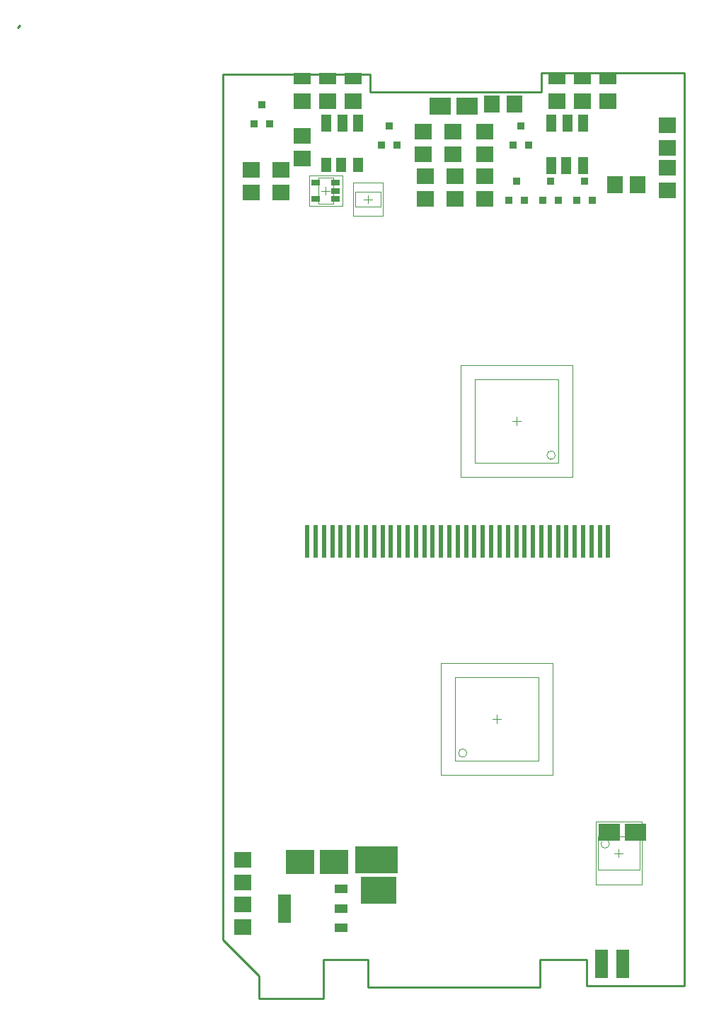
<source format=gtp>
%FSTAX25Y25*%
%MOIN*%
G70*
G01*
G75*
G04 Layer_Color=8421504*
%ADD10R,0.07874X0.07480*%
%ADD11R,0.01969X0.15748*%
%ADD12R,0.04331X0.02559*%
%ADD13R,0.07874X0.05512*%
%ADD14R,0.17011X0.12579*%
%ADD15R,0.20011X0.12579*%
%ADD16R,0.13780X0.11811*%
%ADD17R,0.06102X0.04331*%
%ADD18R,0.06102X0.04331*%
%ADD19R,0.06102X0.13583*%
%ADD20R,0.04724X0.07000*%
%ADD21R,0.04724X0.07874*%
%ADD22R,0.03543X0.03740*%
%ADD23R,0.03543X0.03740*%
%ADD24R,0.05906X0.13780*%
%ADD25R,0.09843X0.07874*%
%ADD26R,0.07480X0.07874*%
%ADD27C,0.01200*%
%ADD28C,0.02000*%
%ADD29C,0.01400*%
%ADD30C,0.01600*%
%ADD31C,0.01000*%
%ADD32C,0.00394*%
%ADD33C,0.15748*%
%ADD34R,0.08000X0.08000*%
%ADD35C,0.08000*%
%ADD36C,0.09000*%
%ADD37O,0.08000X0.06400*%
%ADD38O,0.08000X0.06000*%
%ADD39R,0.08000X0.08000*%
%ADD40C,0.03000*%
%ADD41C,0.02600*%
%ADD42C,0.02700*%
%ADD43C,0.02800*%
%ADD44R,0.07874X0.09843*%
%ADD45R,0.07874X0.07842*%
%ADD46R,0.13780X0.01969*%
%ADD47R,0.15748X0.08071*%
%ADD48R,0.10236X0.08071*%
%ADD49R,0.13780X0.08071*%
G04:AMPARAMS|DCode=50|XSize=39.37mil|YSize=31.5mil|CornerRadius=7.87mil|HoleSize=0mil|Usage=FLASHONLY|Rotation=0.000|XOffset=0mil|YOffset=0mil|HoleType=Round|Shape=RoundedRectangle|*
%AMROUNDEDRECTD50*
21,1,0.03937,0.01575,0,0,0.0*
21,1,0.02362,0.03150,0,0,0.0*
1,1,0.01575,0.01181,-0.00787*
1,1,0.01575,-0.01181,-0.00787*
1,1,0.01575,-0.01181,0.00787*
1,1,0.01575,0.01181,0.00787*
%
%ADD50ROUNDEDRECTD50*%
G04:AMPARAMS|DCode=51|XSize=39.37mil|YSize=31.5mil|CornerRadius=7.87mil|HoleSize=0mil|Usage=FLASHONLY|Rotation=270.000|XOffset=0mil|YOffset=0mil|HoleType=Round|Shape=RoundedRectangle|*
%AMROUNDEDRECTD51*
21,1,0.03937,0.01575,0,0,270.0*
21,1,0.02362,0.03150,0,0,270.0*
1,1,0.01575,-0.00787,-0.01181*
1,1,0.01575,-0.00787,0.01181*
1,1,0.01575,0.00787,0.01181*
1,1,0.01575,0.00787,-0.01181*
%
%ADD51ROUNDEDRECTD51*%
G04:AMPARAMS|DCode=52|XSize=90mil|YSize=90mil|CornerRadius=22.5mil|HoleSize=0mil|Usage=FLASHONLY|Rotation=180.000|XOffset=0mil|YOffset=0mil|HoleType=Round|Shape=RoundedRectangle|*
%AMROUNDEDRECTD52*
21,1,0.09000,0.04500,0,0,180.0*
21,1,0.04500,0.09000,0,0,180.0*
1,1,0.04500,-0.02250,0.02250*
1,1,0.04500,0.02250,0.02250*
1,1,0.04500,0.02250,-0.02250*
1,1,0.04500,-0.02250,-0.02250*
%
%ADD52ROUNDEDRECTD52*%
%ADD53R,0.06693X0.09843*%
%ADD54R,0.05512X0.00984*%
%ADD55R,0.00984X0.05512*%
%ADD56C,0.01063*%
%ADD57R,0.10630X0.10630*%
%ADD58R,0.09843X0.06693*%
%ADD59R,0.11811X0.07874*%
%ADD60R,0.11811X0.02953*%
%ADD61R,0.09843X0.07874*%
G04:AMPARAMS|DCode=62|XSize=100mil|YSize=100mil|CornerRadius=25mil|HoleSize=0mil|Usage=FLASHONLY|Rotation=0.000|XOffset=0mil|YOffset=0mil|HoleType=Round|Shape=RoundedRectangle|*
%AMROUNDEDRECTD62*
21,1,0.10000,0.05000,0,0,0.0*
21,1,0.05000,0.10000,0,0,0.0*
1,1,0.05000,0.02500,-0.02500*
1,1,0.05000,-0.02500,-0.02500*
1,1,0.05000,-0.02500,0.02500*
1,1,0.05000,0.02500,0.02500*
%
%ADD62ROUNDEDRECTD62*%
%ADD63O,0.01181X0.10236*%
%ADD64O,0.10236X0.01181*%
%ADD65R,0.04567X0.05906*%
%ADD66R,0.08661X0.15748*%
%ADD67R,0.08661X0.13780*%
%ADD68R,0.11024X0.09055*%
%ADD69R,0.01575X0.05512*%
%ADD70R,0.05512X0.01575*%
%ADD71R,0.02756X0.03543*%
%ADD72R,0.04724X0.03543*%
%ADD73R,0.01969X0.07087*%
%ADD74R,0.05906X0.07874*%
%ADD75R,0.05906X0.07574*%
%ADD76R,0.02165X0.07874*%
%ADD77R,0.07874X0.02165*%
G04:AMPARAMS|DCode=78|XSize=51.18mil|YSize=51.18mil|CornerRadius=12.8mil|HoleSize=0mil|Usage=FLASHONLY|Rotation=270.000|XOffset=0mil|YOffset=0mil|HoleType=Round|Shape=RoundedRectangle|*
%AMROUNDEDRECTD78*
21,1,0.05118,0.02559,0,0,270.0*
21,1,0.02559,0.05118,0,0,270.0*
1,1,0.02559,-0.01280,-0.01280*
1,1,0.02559,-0.01280,0.01280*
1,1,0.02559,0.01280,0.01280*
1,1,0.02559,0.01280,-0.01280*
%
%ADD78ROUNDEDRECTD78*%
%ADD79R,0.13780X0.05906*%
%ADD80R,0.10880X0.05906*%
%ADD81R,0.02559X0.04331*%
%ADD82O,0.02362X0.08661*%
%ADD83C,0.01500*%
%ADD84C,0.00984*%
%ADD85C,0.00787*%
%ADD86C,0.02756*%
D10*
X0217Y0382189D02*
D03*
Y0392819D02*
D03*
X01308Y0409811D02*
D03*
Y0399181D02*
D03*
X01019Y0409811D02*
D03*
Y0399181D02*
D03*
X01158Y0409811D02*
D03*
Y0399181D02*
D03*
X0045Y0424189D02*
D03*
X0217Y0402189D02*
D03*
Y0412819D02*
D03*
X0017Y0045811D02*
D03*
Y0035181D02*
D03*
Y0056189D02*
D03*
Y0066819D02*
D03*
X0117Y0378189D02*
D03*
Y0388819D02*
D03*
X0131Y0378189D02*
D03*
Y0388819D02*
D03*
X0103Y0378189D02*
D03*
Y0388819D02*
D03*
X0021Y0391811D02*
D03*
Y0381181D02*
D03*
X0035Y0391811D02*
D03*
Y0381181D02*
D03*
X0045Y0407811D02*
D03*
Y0397181D02*
D03*
X0057Y0424189D02*
D03*
X0189D02*
D03*
X0165D02*
D03*
X0177D02*
D03*
X0069D02*
D03*
D11*
X0189102Y021685D02*
D03*
X0185165D02*
D03*
X0181228D02*
D03*
X0177291D02*
D03*
X0173354D02*
D03*
X0169417D02*
D03*
X016548D02*
D03*
X0161543D02*
D03*
X0157606D02*
D03*
X0153669D02*
D03*
X0149732D02*
D03*
X0145795D02*
D03*
X0141858D02*
D03*
X0137921D02*
D03*
X0133984D02*
D03*
X0130047D02*
D03*
X012611D02*
D03*
X0122173D02*
D03*
X0118236D02*
D03*
X0114299D02*
D03*
X0110362D02*
D03*
X0106425D02*
D03*
X0102488D02*
D03*
X0098551D02*
D03*
X0094614D02*
D03*
X0090677D02*
D03*
X008674D02*
D03*
X0082803D02*
D03*
X0078866D02*
D03*
X0074929D02*
D03*
X0070992D02*
D03*
X0067055D02*
D03*
X0063118D02*
D03*
X0059181D02*
D03*
X0055244D02*
D03*
X0051307D02*
D03*
X004737D02*
D03*
D12*
X0060724Y037826D02*
D03*
Y0382D02*
D03*
Y038574D02*
D03*
X0051276D02*
D03*
Y037826D02*
D03*
D13*
X0045Y0434819D02*
D03*
X0057D02*
D03*
X0189D02*
D03*
X0165D02*
D03*
X0177D02*
D03*
X0069D02*
D03*
D14*
X0081Y00525D02*
D03*
D15*
X008Y0067D02*
D03*
D16*
X006Y0066D02*
D03*
X0044D02*
D03*
D17*
X0063287Y0034945D02*
D03*
D18*
Y0044D02*
D03*
Y0053055D02*
D03*
D19*
X0036713Y0044D02*
D03*
D20*
X0071323Y03942D02*
D03*
X0063449D02*
D03*
X0056362D02*
D03*
D21*
X0071323Y0414D02*
D03*
X0063842D02*
D03*
X0056362D02*
D03*
X0177323Y0393921D02*
D03*
X0169449D02*
D03*
X0162362D02*
D03*
X0177323Y0414D02*
D03*
X0169843D02*
D03*
X0162362D02*
D03*
D22*
X0146Y0386626D02*
D03*
X014226Y0377374D02*
D03*
X0026Y0422626D02*
D03*
X002226Y0413374D02*
D03*
X0162Y0386626D02*
D03*
X015826Y0377374D02*
D03*
X0178Y0386626D02*
D03*
X017426Y0377374D02*
D03*
X0086Y0412626D02*
D03*
X008226Y0403374D02*
D03*
X0148Y0412626D02*
D03*
X014426Y0403374D02*
D03*
D23*
X014974Y0377374D02*
D03*
X002974Y0413374D02*
D03*
X016574Y0377374D02*
D03*
X018174D02*
D03*
X008974Y0403374D02*
D03*
X015174D02*
D03*
D24*
X0196Y0018D02*
D03*
X0186D02*
D03*
D25*
X01895Y008D02*
D03*
X0202D02*
D03*
X011Y0422D02*
D03*
X01225D02*
D03*
D26*
X0192189Y0385D02*
D03*
X0202819D02*
D03*
X0144819Y0423D02*
D03*
X0134189D02*
D03*
D31*
X000767Y002933D02*
X0024751Y0012249D01*
X-0089Y0459D02*
X-0088Y046D01*
X0055Y002D02*
X0076D01*
X0157D02*
X0179D01*
X0157Y0007D02*
Y002D01*
X0076Y0007D02*
X0157D01*
X0076D02*
Y002D01*
X000767Y002933D02*
Y00355D01*
X0196307Y00075D02*
X0225D01*
X0025Y00015D02*
X003D01*
X0179Y00075D02*
Y002D01*
Y00075D02*
X0196307D01*
X0055Y00015D02*
Y002D01*
X0225Y0035D02*
Y04375D01*
X003Y00015D02*
X0055D01*
X0024751D02*
Y0009249D01*
X0077Y04285D02*
Y0437D01*
Y04285D02*
X01575D01*
Y04375D01*
X0225D01*
X0024751Y0009249D02*
Y0012249D01*
X0225Y00075D02*
Y0035D01*
X000767Y0437D02*
X0077D01*
X000767Y00355D02*
Y0437D01*
D32*
X0164188Y0257436D02*
G03*
X0164188Y0257436I-0001969J0D01*
G01*
X0122559Y0117126D02*
G03*
X0122559Y0117126I-0001969J0D01*
G01*
X0189669Y0074331D02*
G03*
X0189669Y0074331I-0001969J0D01*
G01*
X0126392Y0253892D02*
X0165762D01*
X0126392Y0293263D02*
X0165762D01*
Y0253892D02*
Y0293263D01*
X0126392Y0253892D02*
Y0293263D01*
X0059543Y0375898D02*
Y0388102D01*
X0052457Y0375898D02*
Y0388102D01*
Y0375898D02*
X0059543D01*
X0052457Y0388102D02*
X0059543D01*
X0117047Y0113583D02*
Y0152953D01*
X0156417Y0113583D02*
Y0152953D01*
X0117047Y0113583D02*
X0156417D01*
X0117047Y0152953D02*
X0156417D01*
X0069898Y0374457D02*
X0082102D01*
X0069898Y0381543D02*
X0082102D01*
Y0374457D02*
Y0381543D01*
X0069898Y0374457D02*
Y0381543D01*
X0203842Y0062126D02*
Y0077874D01*
X0184158Y0062126D02*
Y0077874D01*
Y0062126D02*
X0203842D01*
X0184158Y0077874D02*
X0203842D01*
X01197Y02472D02*
X0172455D01*
X01197Y0299955D02*
X0172455D01*
Y02472D02*
Y0299955D01*
X01197Y02472D02*
Y0299955D01*
X0146077Y0271609D02*
Y0275546D01*
X0144109Y0273577D02*
X0148046D01*
X0063874Y0374913D02*
Y0389087D01*
X0048126Y0374913D02*
Y0389087D01*
Y0374913D02*
X0063874D01*
X0048126Y0389087D02*
X0063874D01*
X0054031Y0382D02*
X0057968D01*
X0056Y0380031D02*
Y0383968D01*
X0110354Y010689D02*
Y0159646D01*
X016311Y010689D02*
Y0159646D01*
X0110354Y010689D02*
X016311D01*
X0110354Y0159646D02*
X016311D01*
X0134764Y0133268D02*
X0138701D01*
X0136732Y0131299D02*
Y0135236D01*
X0068913Y0370126D02*
X0083087D01*
X0068913Y0385874D02*
X0083087D01*
Y0370126D02*
Y0385874D01*
X0068913Y0370126D02*
Y0385874D01*
X0076Y0376031D02*
Y0379969D01*
X0074032Y0378D02*
X0077969D01*
X0192032Y007D02*
X0195968D01*
X0194Y0068032D02*
Y0071969D01*
X0204827Y0055236D02*
Y0084764D01*
X0183173Y0055236D02*
Y0084764D01*
Y0055236D02*
X0204827D01*
X0183173Y0084764D02*
X0204827D01*
M02*

</source>
